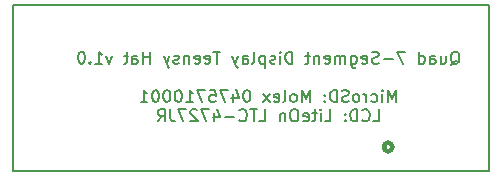
<source format=gbo>
G04 #@! TF.FileFunction,Legend,Bot*
%FSLAX46Y46*%
G04 Gerber Fmt 4.6, Leading zero omitted, Abs format (unit mm)*
G04 Created by KiCad (PCBNEW 4.0.1-3.201512221402+6198~38~ubuntu14.04.1-stable) date Wed 17 Aug 2016 03:48:47 PM PDT*
%MOMM*%
G01*
G04 APERTURE LIST*
%ADD10C,0.100000*%
%ADD11C,0.203200*%
%ADD12C,0.200000*%
%ADD13C,0.400000*%
G04 APERTURE END LIST*
D10*
D11*
X150791331Y-81429981D02*
X150888093Y-81381600D01*
X150984855Y-81284838D01*
X151129998Y-81139695D01*
X151226759Y-81091314D01*
X151323521Y-81091314D01*
X151275140Y-81333219D02*
X151371902Y-81284838D01*
X151468664Y-81188076D01*
X151517045Y-80994552D01*
X151517045Y-80655886D01*
X151468664Y-80462362D01*
X151371902Y-80365600D01*
X151275140Y-80317219D01*
X151081617Y-80317219D01*
X150984855Y-80365600D01*
X150888093Y-80462362D01*
X150839712Y-80655886D01*
X150839712Y-80994552D01*
X150888093Y-81188076D01*
X150984855Y-81284838D01*
X151081617Y-81333219D01*
X151275140Y-81333219D01*
X149968855Y-80655886D02*
X149968855Y-81333219D01*
X150404283Y-80655886D02*
X150404283Y-81188076D01*
X150355902Y-81284838D01*
X150259140Y-81333219D01*
X150113998Y-81333219D01*
X150017236Y-81284838D01*
X149968855Y-81236457D01*
X149049617Y-81333219D02*
X149049617Y-80801029D01*
X149097998Y-80704267D01*
X149194760Y-80655886D01*
X149388283Y-80655886D01*
X149485045Y-80704267D01*
X149049617Y-81284838D02*
X149146379Y-81333219D01*
X149388283Y-81333219D01*
X149485045Y-81284838D01*
X149533426Y-81188076D01*
X149533426Y-81091314D01*
X149485045Y-80994552D01*
X149388283Y-80946171D01*
X149146379Y-80946171D01*
X149049617Y-80897790D01*
X148130379Y-81333219D02*
X148130379Y-80317219D01*
X148130379Y-81284838D02*
X148227141Y-81333219D01*
X148420664Y-81333219D01*
X148517426Y-81284838D01*
X148565807Y-81236457D01*
X148614188Y-81139695D01*
X148614188Y-80849410D01*
X148565807Y-80752648D01*
X148517426Y-80704267D01*
X148420664Y-80655886D01*
X148227141Y-80655886D01*
X148130379Y-80704267D01*
X146969236Y-80317219D02*
X146291903Y-80317219D01*
X146727331Y-81333219D01*
X145904855Y-80946171D02*
X145130760Y-80946171D01*
X144695331Y-81284838D02*
X144550188Y-81333219D01*
X144308284Y-81333219D01*
X144211522Y-81284838D01*
X144163141Y-81236457D01*
X144114760Y-81139695D01*
X144114760Y-81042933D01*
X144163141Y-80946171D01*
X144211522Y-80897790D01*
X144308284Y-80849410D01*
X144501807Y-80801029D01*
X144598569Y-80752648D01*
X144646950Y-80704267D01*
X144695331Y-80607505D01*
X144695331Y-80510743D01*
X144646950Y-80413981D01*
X144598569Y-80365600D01*
X144501807Y-80317219D01*
X144259903Y-80317219D01*
X144114760Y-80365600D01*
X143292284Y-81284838D02*
X143389046Y-81333219D01*
X143582569Y-81333219D01*
X143679331Y-81284838D01*
X143727712Y-81188076D01*
X143727712Y-80801029D01*
X143679331Y-80704267D01*
X143582569Y-80655886D01*
X143389046Y-80655886D01*
X143292284Y-80704267D01*
X143243903Y-80801029D01*
X143243903Y-80897790D01*
X143727712Y-80994552D01*
X142373046Y-80655886D02*
X142373046Y-81478362D01*
X142421427Y-81575124D01*
X142469808Y-81623505D01*
X142566569Y-81671886D01*
X142711712Y-81671886D01*
X142808474Y-81623505D01*
X142373046Y-81284838D02*
X142469808Y-81333219D01*
X142663331Y-81333219D01*
X142760093Y-81284838D01*
X142808474Y-81236457D01*
X142856855Y-81139695D01*
X142856855Y-80849410D01*
X142808474Y-80752648D01*
X142760093Y-80704267D01*
X142663331Y-80655886D01*
X142469808Y-80655886D01*
X142373046Y-80704267D01*
X141889236Y-81333219D02*
X141889236Y-80655886D01*
X141889236Y-80752648D02*
X141840855Y-80704267D01*
X141744093Y-80655886D01*
X141598951Y-80655886D01*
X141502189Y-80704267D01*
X141453808Y-80801029D01*
X141453808Y-81333219D01*
X141453808Y-80801029D02*
X141405427Y-80704267D01*
X141308665Y-80655886D01*
X141163522Y-80655886D01*
X141066760Y-80704267D01*
X141018379Y-80801029D01*
X141018379Y-81333219D01*
X140147522Y-81284838D02*
X140244284Y-81333219D01*
X140437807Y-81333219D01*
X140534569Y-81284838D01*
X140582950Y-81188076D01*
X140582950Y-80801029D01*
X140534569Y-80704267D01*
X140437807Y-80655886D01*
X140244284Y-80655886D01*
X140147522Y-80704267D01*
X140099141Y-80801029D01*
X140099141Y-80897790D01*
X140582950Y-80994552D01*
X139663712Y-80655886D02*
X139663712Y-81333219D01*
X139663712Y-80752648D02*
X139615331Y-80704267D01*
X139518569Y-80655886D01*
X139373427Y-80655886D01*
X139276665Y-80704267D01*
X139228284Y-80801029D01*
X139228284Y-81333219D01*
X138889617Y-80655886D02*
X138502569Y-80655886D01*
X138744474Y-80317219D02*
X138744474Y-81188076D01*
X138696093Y-81284838D01*
X138599331Y-81333219D01*
X138502569Y-81333219D01*
X137389808Y-81333219D02*
X137389808Y-80317219D01*
X137147903Y-80317219D01*
X137002761Y-80365600D01*
X136905999Y-80462362D01*
X136857618Y-80559124D01*
X136809237Y-80752648D01*
X136809237Y-80897790D01*
X136857618Y-81091314D01*
X136905999Y-81188076D01*
X137002761Y-81284838D01*
X137147903Y-81333219D01*
X137389808Y-81333219D01*
X136373808Y-81333219D02*
X136373808Y-80655886D01*
X136373808Y-80317219D02*
X136422189Y-80365600D01*
X136373808Y-80413981D01*
X136325427Y-80365600D01*
X136373808Y-80317219D01*
X136373808Y-80413981D01*
X135938379Y-81284838D02*
X135841617Y-81333219D01*
X135648093Y-81333219D01*
X135551332Y-81284838D01*
X135502951Y-81188076D01*
X135502951Y-81139695D01*
X135551332Y-81042933D01*
X135648093Y-80994552D01*
X135793236Y-80994552D01*
X135889998Y-80946171D01*
X135938379Y-80849410D01*
X135938379Y-80801029D01*
X135889998Y-80704267D01*
X135793236Y-80655886D01*
X135648093Y-80655886D01*
X135551332Y-80704267D01*
X135067522Y-80655886D02*
X135067522Y-81671886D01*
X135067522Y-80704267D02*
X134970760Y-80655886D01*
X134777237Y-80655886D01*
X134680475Y-80704267D01*
X134632094Y-80752648D01*
X134583713Y-80849410D01*
X134583713Y-81139695D01*
X134632094Y-81236457D01*
X134680475Y-81284838D01*
X134777237Y-81333219D01*
X134970760Y-81333219D01*
X135067522Y-81284838D01*
X134003141Y-81333219D02*
X134099903Y-81284838D01*
X134148284Y-81188076D01*
X134148284Y-80317219D01*
X133180666Y-81333219D02*
X133180666Y-80801029D01*
X133229047Y-80704267D01*
X133325809Y-80655886D01*
X133519332Y-80655886D01*
X133616094Y-80704267D01*
X133180666Y-81284838D02*
X133277428Y-81333219D01*
X133519332Y-81333219D01*
X133616094Y-81284838D01*
X133664475Y-81188076D01*
X133664475Y-81091314D01*
X133616094Y-80994552D01*
X133519332Y-80946171D01*
X133277428Y-80946171D01*
X133180666Y-80897790D01*
X132793618Y-80655886D02*
X132551713Y-81333219D01*
X132309809Y-80655886D02*
X132551713Y-81333219D01*
X132648475Y-81575124D01*
X132696856Y-81623505D01*
X132793618Y-81671886D01*
X131293809Y-80317219D02*
X130713238Y-80317219D01*
X131003523Y-81333219D02*
X131003523Y-80317219D01*
X129987524Y-81284838D02*
X130084286Y-81333219D01*
X130277809Y-81333219D01*
X130374571Y-81284838D01*
X130422952Y-81188076D01*
X130422952Y-80801029D01*
X130374571Y-80704267D01*
X130277809Y-80655886D01*
X130084286Y-80655886D01*
X129987524Y-80704267D01*
X129939143Y-80801029D01*
X129939143Y-80897790D01*
X130422952Y-80994552D01*
X129116667Y-81284838D02*
X129213429Y-81333219D01*
X129406952Y-81333219D01*
X129503714Y-81284838D01*
X129552095Y-81188076D01*
X129552095Y-80801029D01*
X129503714Y-80704267D01*
X129406952Y-80655886D01*
X129213429Y-80655886D01*
X129116667Y-80704267D01*
X129068286Y-80801029D01*
X129068286Y-80897790D01*
X129552095Y-80994552D01*
X128632857Y-80655886D02*
X128632857Y-81333219D01*
X128632857Y-80752648D02*
X128584476Y-80704267D01*
X128487714Y-80655886D01*
X128342572Y-80655886D01*
X128245810Y-80704267D01*
X128197429Y-80801029D01*
X128197429Y-81333219D01*
X127762000Y-81284838D02*
X127665238Y-81333219D01*
X127471714Y-81333219D01*
X127374953Y-81284838D01*
X127326572Y-81188076D01*
X127326572Y-81139695D01*
X127374953Y-81042933D01*
X127471714Y-80994552D01*
X127616857Y-80994552D01*
X127713619Y-80946171D01*
X127762000Y-80849410D01*
X127762000Y-80801029D01*
X127713619Y-80704267D01*
X127616857Y-80655886D01*
X127471714Y-80655886D01*
X127374953Y-80704267D01*
X126987905Y-80655886D02*
X126746000Y-81333219D01*
X126504096Y-80655886D02*
X126746000Y-81333219D01*
X126842762Y-81575124D01*
X126891143Y-81623505D01*
X126987905Y-81671886D01*
X125342953Y-81333219D02*
X125342953Y-80317219D01*
X125342953Y-80801029D02*
X124762382Y-80801029D01*
X124762382Y-81333219D02*
X124762382Y-80317219D01*
X123843144Y-81333219D02*
X123843144Y-80801029D01*
X123891525Y-80704267D01*
X123988287Y-80655886D01*
X124181810Y-80655886D01*
X124278572Y-80704267D01*
X123843144Y-81284838D02*
X123939906Y-81333219D01*
X124181810Y-81333219D01*
X124278572Y-81284838D01*
X124326953Y-81188076D01*
X124326953Y-81091314D01*
X124278572Y-80994552D01*
X124181810Y-80946171D01*
X123939906Y-80946171D01*
X123843144Y-80897790D01*
X123504477Y-80655886D02*
X123117429Y-80655886D01*
X123359334Y-80317219D02*
X123359334Y-81188076D01*
X123310953Y-81284838D01*
X123214191Y-81333219D01*
X123117429Y-81333219D01*
X122101430Y-80655886D02*
X121859525Y-81333219D01*
X121617621Y-80655886D01*
X120698383Y-81333219D02*
X121278954Y-81333219D01*
X120988668Y-81333219D02*
X120988668Y-80317219D01*
X121085430Y-80462362D01*
X121182192Y-80559124D01*
X121278954Y-80607505D01*
X120262954Y-81236457D02*
X120214573Y-81284838D01*
X120262954Y-81333219D01*
X120311335Y-81284838D01*
X120262954Y-81236457D01*
X120262954Y-81333219D01*
X119585620Y-80317219D02*
X119488859Y-80317219D01*
X119392097Y-80365600D01*
X119343716Y-80413981D01*
X119295335Y-80510743D01*
X119246954Y-80704267D01*
X119246954Y-80946171D01*
X119295335Y-81139695D01*
X119343716Y-81236457D01*
X119392097Y-81284838D01*
X119488859Y-81333219D01*
X119585620Y-81333219D01*
X119682382Y-81284838D01*
X119730763Y-81236457D01*
X119779144Y-81139695D01*
X119827525Y-80946171D01*
X119827525Y-80704267D01*
X119779144Y-80510743D01*
X119730763Y-80413981D01*
X119682382Y-80365600D01*
X119585620Y-80317219D01*
X146170951Y-84584419D02*
X146170951Y-83568419D01*
X145832285Y-84294133D01*
X145493618Y-83568419D01*
X145493618Y-84584419D01*
X145009808Y-84584419D02*
X145009808Y-83907086D01*
X145009808Y-83568419D02*
X145058189Y-83616800D01*
X145009808Y-83665181D01*
X144961427Y-83616800D01*
X145009808Y-83568419D01*
X145009808Y-83665181D01*
X144090570Y-84536038D02*
X144187332Y-84584419D01*
X144380855Y-84584419D01*
X144477617Y-84536038D01*
X144525998Y-84487657D01*
X144574379Y-84390895D01*
X144574379Y-84100610D01*
X144525998Y-84003848D01*
X144477617Y-83955467D01*
X144380855Y-83907086D01*
X144187332Y-83907086D01*
X144090570Y-83955467D01*
X143655141Y-84584419D02*
X143655141Y-83907086D01*
X143655141Y-84100610D02*
X143606760Y-84003848D01*
X143558379Y-83955467D01*
X143461617Y-83907086D01*
X143364856Y-83907086D01*
X142881046Y-84584419D02*
X142977808Y-84536038D01*
X143026189Y-84487657D01*
X143074570Y-84390895D01*
X143074570Y-84100610D01*
X143026189Y-84003848D01*
X142977808Y-83955467D01*
X142881046Y-83907086D01*
X142735904Y-83907086D01*
X142639142Y-83955467D01*
X142590761Y-84003848D01*
X142542380Y-84100610D01*
X142542380Y-84390895D01*
X142590761Y-84487657D01*
X142639142Y-84536038D01*
X142735904Y-84584419D01*
X142881046Y-84584419D01*
X142155332Y-84536038D02*
X142010189Y-84584419D01*
X141768285Y-84584419D01*
X141671523Y-84536038D01*
X141623142Y-84487657D01*
X141574761Y-84390895D01*
X141574761Y-84294133D01*
X141623142Y-84197371D01*
X141671523Y-84148990D01*
X141768285Y-84100610D01*
X141961808Y-84052229D01*
X142058570Y-84003848D01*
X142106951Y-83955467D01*
X142155332Y-83858705D01*
X142155332Y-83761943D01*
X142106951Y-83665181D01*
X142058570Y-83616800D01*
X141961808Y-83568419D01*
X141719904Y-83568419D01*
X141574761Y-83616800D01*
X141139332Y-84584419D02*
X141139332Y-83568419D01*
X140897427Y-83568419D01*
X140752285Y-83616800D01*
X140655523Y-83713562D01*
X140607142Y-83810324D01*
X140558761Y-84003848D01*
X140558761Y-84148990D01*
X140607142Y-84342514D01*
X140655523Y-84439276D01*
X140752285Y-84536038D01*
X140897427Y-84584419D01*
X141139332Y-84584419D01*
X140123332Y-84487657D02*
X140074951Y-84536038D01*
X140123332Y-84584419D01*
X140171713Y-84536038D01*
X140123332Y-84487657D01*
X140123332Y-84584419D01*
X140123332Y-83955467D02*
X140074951Y-84003848D01*
X140123332Y-84052229D01*
X140171713Y-84003848D01*
X140123332Y-83955467D01*
X140123332Y-84052229D01*
X138865427Y-84584419D02*
X138865427Y-83568419D01*
X138526761Y-84294133D01*
X138188094Y-83568419D01*
X138188094Y-84584419D01*
X137559141Y-84584419D02*
X137655903Y-84536038D01*
X137704284Y-84487657D01*
X137752665Y-84390895D01*
X137752665Y-84100610D01*
X137704284Y-84003848D01*
X137655903Y-83955467D01*
X137559141Y-83907086D01*
X137413999Y-83907086D01*
X137317237Y-83955467D01*
X137268856Y-84003848D01*
X137220475Y-84100610D01*
X137220475Y-84390895D01*
X137268856Y-84487657D01*
X137317237Y-84536038D01*
X137413999Y-84584419D01*
X137559141Y-84584419D01*
X136639903Y-84584419D02*
X136736665Y-84536038D01*
X136785046Y-84439276D01*
X136785046Y-83568419D01*
X135865809Y-84536038D02*
X135962571Y-84584419D01*
X136156094Y-84584419D01*
X136252856Y-84536038D01*
X136301237Y-84439276D01*
X136301237Y-84052229D01*
X136252856Y-83955467D01*
X136156094Y-83907086D01*
X135962571Y-83907086D01*
X135865809Y-83955467D01*
X135817428Y-84052229D01*
X135817428Y-84148990D01*
X136301237Y-84245752D01*
X135478761Y-84584419D02*
X134946571Y-83907086D01*
X135478761Y-83907086D02*
X134946571Y-84584419D01*
X133591904Y-83568419D02*
X133495143Y-83568419D01*
X133398381Y-83616800D01*
X133350000Y-83665181D01*
X133301619Y-83761943D01*
X133253238Y-83955467D01*
X133253238Y-84197371D01*
X133301619Y-84390895D01*
X133350000Y-84487657D01*
X133398381Y-84536038D01*
X133495143Y-84584419D01*
X133591904Y-84584419D01*
X133688666Y-84536038D01*
X133737047Y-84487657D01*
X133785428Y-84390895D01*
X133833809Y-84197371D01*
X133833809Y-83955467D01*
X133785428Y-83761943D01*
X133737047Y-83665181D01*
X133688666Y-83616800D01*
X133591904Y-83568419D01*
X132382381Y-83907086D02*
X132382381Y-84584419D01*
X132624285Y-83520038D02*
X132866190Y-84245752D01*
X132237238Y-84245752D01*
X131946952Y-83568419D02*
X131269619Y-83568419D01*
X131705047Y-84584419D01*
X130398762Y-83568419D02*
X130882571Y-83568419D01*
X130930952Y-84052229D01*
X130882571Y-84003848D01*
X130785809Y-83955467D01*
X130543905Y-83955467D01*
X130447143Y-84003848D01*
X130398762Y-84052229D01*
X130350381Y-84148990D01*
X130350381Y-84390895D01*
X130398762Y-84487657D01*
X130447143Y-84536038D01*
X130543905Y-84584419D01*
X130785809Y-84584419D01*
X130882571Y-84536038D01*
X130930952Y-84487657D01*
X130011714Y-83568419D02*
X129334381Y-83568419D01*
X129769809Y-84584419D01*
X128415143Y-84584419D02*
X128995714Y-84584419D01*
X128705428Y-84584419D02*
X128705428Y-83568419D01*
X128802190Y-83713562D01*
X128898952Y-83810324D01*
X128995714Y-83858705D01*
X127786190Y-83568419D02*
X127689429Y-83568419D01*
X127592667Y-83616800D01*
X127544286Y-83665181D01*
X127495905Y-83761943D01*
X127447524Y-83955467D01*
X127447524Y-84197371D01*
X127495905Y-84390895D01*
X127544286Y-84487657D01*
X127592667Y-84536038D01*
X127689429Y-84584419D01*
X127786190Y-84584419D01*
X127882952Y-84536038D01*
X127931333Y-84487657D01*
X127979714Y-84390895D01*
X128028095Y-84197371D01*
X128028095Y-83955467D01*
X127979714Y-83761943D01*
X127931333Y-83665181D01*
X127882952Y-83616800D01*
X127786190Y-83568419D01*
X126818571Y-83568419D02*
X126721810Y-83568419D01*
X126625048Y-83616800D01*
X126576667Y-83665181D01*
X126528286Y-83761943D01*
X126479905Y-83955467D01*
X126479905Y-84197371D01*
X126528286Y-84390895D01*
X126576667Y-84487657D01*
X126625048Y-84536038D01*
X126721810Y-84584419D01*
X126818571Y-84584419D01*
X126915333Y-84536038D01*
X126963714Y-84487657D01*
X127012095Y-84390895D01*
X127060476Y-84197371D01*
X127060476Y-83955467D01*
X127012095Y-83761943D01*
X126963714Y-83665181D01*
X126915333Y-83616800D01*
X126818571Y-83568419D01*
X125850952Y-83568419D02*
X125754191Y-83568419D01*
X125657429Y-83616800D01*
X125609048Y-83665181D01*
X125560667Y-83761943D01*
X125512286Y-83955467D01*
X125512286Y-84197371D01*
X125560667Y-84390895D01*
X125609048Y-84487657D01*
X125657429Y-84536038D01*
X125754191Y-84584419D01*
X125850952Y-84584419D01*
X125947714Y-84536038D01*
X125996095Y-84487657D01*
X126044476Y-84390895D01*
X126092857Y-84197371D01*
X126092857Y-83955467D01*
X126044476Y-83761943D01*
X125996095Y-83665181D01*
X125947714Y-83616800D01*
X125850952Y-83568419D01*
X124544667Y-84584419D02*
X125125238Y-84584419D01*
X124834952Y-84584419D02*
X124834952Y-83568419D01*
X124931714Y-83713562D01*
X125028476Y-83810324D01*
X125125238Y-83858705D01*
X144235714Y-86210019D02*
X144719523Y-86210019D01*
X144719523Y-85194019D01*
X143316476Y-86113257D02*
X143364857Y-86161638D01*
X143510000Y-86210019D01*
X143606762Y-86210019D01*
X143751904Y-86161638D01*
X143848666Y-86064876D01*
X143897047Y-85968114D01*
X143945428Y-85774590D01*
X143945428Y-85629448D01*
X143897047Y-85435924D01*
X143848666Y-85339162D01*
X143751904Y-85242400D01*
X143606762Y-85194019D01*
X143510000Y-85194019D01*
X143364857Y-85242400D01*
X143316476Y-85290781D01*
X142881047Y-86210019D02*
X142881047Y-85194019D01*
X142639142Y-85194019D01*
X142494000Y-85242400D01*
X142397238Y-85339162D01*
X142348857Y-85435924D01*
X142300476Y-85629448D01*
X142300476Y-85774590D01*
X142348857Y-85968114D01*
X142397238Y-86064876D01*
X142494000Y-86161638D01*
X142639142Y-86210019D01*
X142881047Y-86210019D01*
X141865047Y-86113257D02*
X141816666Y-86161638D01*
X141865047Y-86210019D01*
X141913428Y-86161638D01*
X141865047Y-86113257D01*
X141865047Y-86210019D01*
X141865047Y-85581067D02*
X141816666Y-85629448D01*
X141865047Y-85677829D01*
X141913428Y-85629448D01*
X141865047Y-85581067D01*
X141865047Y-85677829D01*
X140123333Y-86210019D02*
X140607142Y-86210019D01*
X140607142Y-85194019D01*
X139784666Y-86210019D02*
X139784666Y-85532686D01*
X139784666Y-85194019D02*
X139833047Y-85242400D01*
X139784666Y-85290781D01*
X139736285Y-85242400D01*
X139784666Y-85194019D01*
X139784666Y-85290781D01*
X139445999Y-85532686D02*
X139058951Y-85532686D01*
X139300856Y-85194019D02*
X139300856Y-86064876D01*
X139252475Y-86161638D01*
X139155713Y-86210019D01*
X139058951Y-86210019D01*
X138333238Y-86161638D02*
X138430000Y-86210019D01*
X138623523Y-86210019D01*
X138720285Y-86161638D01*
X138768666Y-86064876D01*
X138768666Y-85677829D01*
X138720285Y-85581067D01*
X138623523Y-85532686D01*
X138430000Y-85532686D01*
X138333238Y-85581067D01*
X138284857Y-85677829D01*
X138284857Y-85774590D01*
X138768666Y-85871352D01*
X137655904Y-85194019D02*
X137462381Y-85194019D01*
X137365619Y-85242400D01*
X137268857Y-85339162D01*
X137220476Y-85532686D01*
X137220476Y-85871352D01*
X137268857Y-86064876D01*
X137365619Y-86161638D01*
X137462381Y-86210019D01*
X137655904Y-86210019D01*
X137752666Y-86161638D01*
X137849428Y-86064876D01*
X137897809Y-85871352D01*
X137897809Y-85532686D01*
X137849428Y-85339162D01*
X137752666Y-85242400D01*
X137655904Y-85194019D01*
X136785047Y-85532686D02*
X136785047Y-86210019D01*
X136785047Y-85629448D02*
X136736666Y-85581067D01*
X136639904Y-85532686D01*
X136494762Y-85532686D01*
X136398000Y-85581067D01*
X136349619Y-85677829D01*
X136349619Y-86210019D01*
X134607905Y-86210019D02*
X135091714Y-86210019D01*
X135091714Y-85194019D01*
X134414381Y-85194019D02*
X133833810Y-85194019D01*
X134124095Y-86210019D02*
X134124095Y-85194019D01*
X132914572Y-86113257D02*
X132962953Y-86161638D01*
X133108096Y-86210019D01*
X133204858Y-86210019D01*
X133350000Y-86161638D01*
X133446762Y-86064876D01*
X133495143Y-85968114D01*
X133543524Y-85774590D01*
X133543524Y-85629448D01*
X133495143Y-85435924D01*
X133446762Y-85339162D01*
X133350000Y-85242400D01*
X133204858Y-85194019D01*
X133108096Y-85194019D01*
X132962953Y-85242400D01*
X132914572Y-85290781D01*
X132479143Y-85822971D02*
X131705048Y-85822971D01*
X130785810Y-85532686D02*
X130785810Y-86210019D01*
X131027714Y-85145638D02*
X131269619Y-85871352D01*
X130640667Y-85871352D01*
X130350381Y-85194019D02*
X129673048Y-85194019D01*
X130108476Y-86210019D01*
X129334381Y-85290781D02*
X129286000Y-85242400D01*
X129189238Y-85194019D01*
X128947334Y-85194019D01*
X128850572Y-85242400D01*
X128802191Y-85290781D01*
X128753810Y-85387543D01*
X128753810Y-85484305D01*
X128802191Y-85629448D01*
X129382762Y-86210019D01*
X128753810Y-86210019D01*
X128415143Y-85194019D02*
X127737810Y-85194019D01*
X128173238Y-86210019D01*
X127060477Y-85194019D02*
X127060477Y-85919733D01*
X127108857Y-86064876D01*
X127205619Y-86161638D01*
X127350762Y-86210019D01*
X127447524Y-86210019D01*
X125996096Y-86210019D02*
X126334762Y-85726210D01*
X126576667Y-86210019D02*
X126576667Y-85194019D01*
X126189620Y-85194019D01*
X126092858Y-85242400D01*
X126044477Y-85290781D01*
X125996096Y-85387543D01*
X125996096Y-85532686D01*
X126044477Y-85629448D01*
X126092858Y-85677829D01*
X126189620Y-85726210D01*
X126576667Y-85726210D01*
D12*
X154006000Y-90392000D02*
X154006000Y-76392000D01*
X113756000Y-76392000D02*
X113756000Y-90392000D01*
X154006000Y-90392000D02*
X113756000Y-90392000D01*
D13*
X145865210Y-88392000D02*
G75*
G03X145865210Y-88392000I-359210J0D01*
G01*
D12*
X154006000Y-76392000D02*
X113756000Y-76392000D01*
M02*

</source>
